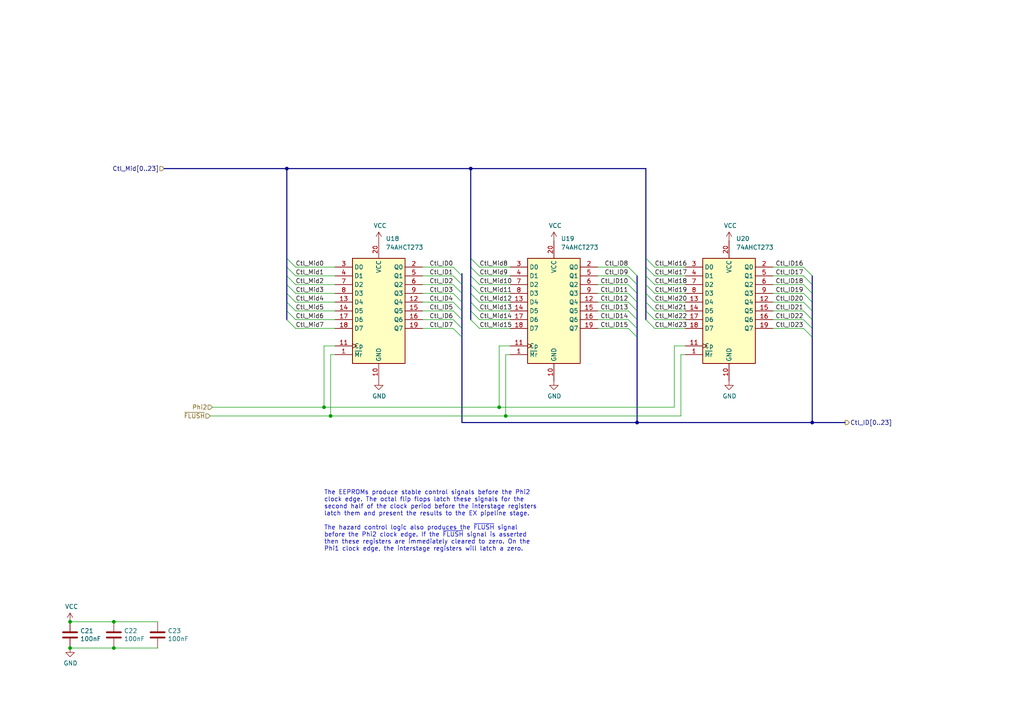
<source format=kicad_sch>
(kicad_sch (version 20230121) (generator eeschema)
  (paper "A4")
  (title_block (date "2022-09-25") (rev "C"))
  (lib_symbols
    (symbol "74xx:74HC273"
      (property "Reference" "U" (at -7.62 16.51 0))
      (property "Value" "74HC273" (at -7.62 -16.51 0))
      (symbol "74HC273_1_0"
        (pin input line (at -12.7 -12.7 0) (length 5.08) (name "~{Mr}") (number "1"))
        (pin power_in line (at 0 -20.32 90) (length 5.08) (name "GND") (number "10"))
        (pin input clock (at -12.7 -10.16 0) (length 5.08) (name "Cp") (number "11"))
        (pin output line (at 12.7 2.54 180) (length 5.08) (name "Q4") (number "12"))
        (pin input line (at -12.7 2.54 0) (length 5.08) (name "D4") (number "13"))
        (pin input line (at -12.7 0 0) (length 5.08) (name "D5") (number "14"))
        (pin output line (at 12.7 0 180) (length 5.08) (name "Q5") (number "15"))
        (pin output line (at 12.7 -2.54 180) (length 5.08) (name "Q6") (number "16"))
        (pin input line (at -12.7 -2.54 0) (length 5.08) (name "D6") (number "17"))
        (pin input line (at -12.7 -5.08 0) (length 5.08) (name "D7") (number "18"))
        (pin output line (at 12.7 -5.08 180) (length 5.08) (name "Q7") (number "19"))
        (pin output line (at 12.7 12.7 180) (length 5.08) (name "Q0") (number "2"))
        (pin power_in line (at 0 20.32 270) (length 5.08) (name "VCC") (number "20"))
        (pin input line (at -12.7 12.7 0) (length 5.08) (name "D0") (number "3"))
        (pin input line (at -12.7 10.16 0) (length 5.08) (name "D1") (number "4"))
        (pin output line (at 12.7 10.16 180) (length 5.08) (name "Q1") (number "5"))
        (pin output line (at 12.7 7.62 180) (length 5.08) (name "Q2") (number "6"))
        (pin input line (at -12.7 7.62 0) (length 5.08) (name "D2") (number "7"))
        (pin input line (at -12.7 5.08 0) (length 5.08) (name "D3") (number "8"))
        (pin output line (at 12.7 5.08 180) (length 5.08) (name "Q3") (number "9"))
      )
      (symbol "74HC273_1_1"
        (rectangle (start -7.62 15.24) (end 7.62 -15.24) (stroke (width 0.254)) (fill (type background)))
      )
    )
    (symbol "Device:C" (pin_numbers hide) (pin_names (offset 0.254))
      (property "Reference" "C" (at 0.635 2.54 0))
      (property "Value" "C" (at 0.635 -2.54 0))
      (symbol "C_0_1"
        (polyline (pts (xy -2.032 -0.762) (xy 2.032 -0.762)) (stroke (width 0.508)))
        (polyline (pts (xy -2.032 0.762) (xy 2.032 0.762)) (stroke (width 0.508)))
      )
      (symbol "C_1_1"
        (pin passive line (at 0 3.81 270) (length 2.794) (name "~") (number "1"))
        (pin passive line (at 0 -3.81 90) (length 2.794) (name "~") (number "2"))
      )
    )
    (symbol "power:GND" (power) (pin_names (offset 0))
      (property "Value" "GND" (at 0 -3.81 0))
      (symbol "GND_0_1"
        (polyline (pts (xy 0 0) (xy 0 -1.27) (xy 1.27 -1.27) (xy 0 -2.54) (xy -1.27 -1.27) (xy 0 -1.27)))
      )
      (symbol "GND_1_1"
        (pin power_in line (at 0 0 270) (length 0) hide (name "GND") (number "1"))
      )
    )
    (symbol "power:VCC" (power) (pin_names (offset 0))
      (property "Value" "VCC" (at 0 3.81 0))
      (symbol "VCC_0_1"
        (polyline (pts (xy -0.762 1.27) (xy 0 2.54)))
        (polyline (pts (xy 0 0) (xy 0 2.54)))
        (polyline (pts (xy 0 2.54) (xy 0.762 1.27)))
      )
      (symbol "VCC_1_1"
        (pin power_in line (at 0 0 90) (length 0) hide (name "VCC") (number "1"))
      )
    )
  )
  (junction (at 144.78 118.11))
  (junction (at 20.32 187.96))
  (junction (at 184.785 122.555))
  (junction (at 146.685 120.65))
  (junction (at 33.02 187.96))
  (junction (at 95.885 120.65))
  (junction (at 83.185 48.895))
  (junction (at 235.585 122.555))
  (junction (at 136.525 48.895))
  (junction (at 93.98 118.11))
  (junction (at 33.02 180.34))
  (junction (at 20.32 180.34))
  (bus_entry (at 184.785 90.17) (size -2.54 -2.54))
  (bus_entry (at 235.585 95.25) (size -2.54 -2.54))
  (bus_entry (at 139.065 77.47) (size -2.54 -2.54))
  (bus_entry (at 235.585 92.71) (size -2.54 -2.54))
  (bus_entry (at 139.065 87.63) (size -2.54 -2.54))
  (bus_entry (at 139.065 80.01) (size -2.54 -2.54))
  (bus_entry (at 184.785 87.63) (size -2.54 -2.54))
  (bus_entry (at 133.985 97.79) (size -2.54 -2.54))
  (bus_entry (at 133.985 82.55) (size -2.54 -2.54))
  (bus_entry (at 189.865 77.47) (size -2.54 -2.54))
  (bus_entry (at 85.725 92.71) (size -2.54 -2.54))
  (bus_entry (at 85.725 95.25) (size -2.54 -2.54))
  (bus_entry (at 235.585 80.01) (size -2.54 -2.54))
  (bus_entry (at 133.985 87.63) (size -2.54 -2.54))
  (bus_entry (at 139.065 85.09) (size -2.54 -2.54))
  (bus_entry (at 235.585 82.55) (size -2.54 -2.54))
  (bus_entry (at 189.865 92.71) (size -2.54 -2.54))
  (bus_entry (at 139.065 92.71) (size -2.54 -2.54))
  (bus_entry (at 139.065 82.55) (size -2.54 -2.54))
  (bus_entry (at 184.785 85.09) (size -2.54 -2.54))
  (bus_entry (at 85.725 87.63) (size -2.54 -2.54))
  (bus_entry (at 85.725 90.17) (size -2.54 -2.54))
  (bus_entry (at 85.725 77.47) (size -2.54 -2.54))
  (bus_entry (at 85.725 80.01) (size -2.54 -2.54))
  (bus_entry (at 85.725 82.55) (size -2.54 -2.54))
  (bus_entry (at 85.725 85.09) (size -2.54 -2.54))
  (bus_entry (at 235.585 85.09) (size -2.54 -2.54))
  (bus_entry (at 133.985 95.25) (size -2.54 -2.54))
  (bus_entry (at 133.985 92.71) (size -2.54 -2.54))
  (bus_entry (at 189.865 82.55) (size -2.54 -2.54))
  (bus_entry (at 235.585 97.79) (size -2.54 -2.54))
  (bus_entry (at 133.985 85.09) (size -2.54 -2.54))
  (bus_entry (at 189.865 95.25) (size -2.54 -2.54))
  (bus_entry (at 189.865 90.17) (size -2.54 -2.54))
  (bus_entry (at 133.985 80.01) (size -2.54 -2.54))
  (bus_entry (at 184.785 95.25) (size -2.54 -2.54))
  (bus_entry (at 184.785 92.71) (size -2.54 -2.54))
  (bus_entry (at 184.785 82.55) (size -2.54 -2.54))
  (bus_entry (at 189.865 85.09) (size -2.54 -2.54))
  (bus_entry (at 235.585 87.63) (size -2.54 -2.54))
  (bus_entry (at 139.065 95.25) (size -2.54 -2.54))
  (bus_entry (at 133.985 90.17) (size -2.54 -2.54))
  (bus_entry (at 189.865 87.63) (size -2.54 -2.54))
  (bus_entry (at 189.865 80.01) (size -2.54 -2.54))
  (bus_entry (at 235.585 90.17) (size -2.54 -2.54))
  (bus_entry (at 184.785 80.01) (size -2.54 -2.54))
  (bus_entry (at 139.065 90.17) (size -2.54 -2.54))
  (bus_entry (at 184.785 97.79) (size -2.54 -2.54))
  (wire (pts (xy 233.045 90.17) (xy 224.155 90.17)))
  (bus (pts (xy 83.185 87.63) (xy 83.185 90.17)))
  (bus (pts (xy 133.985 90.17) (xy 133.985 92.71)))
  (wire (pts (xy 85.725 77.47) (xy 97.155 77.47)))
  (wire (pts (xy 144.78 100.33) (xy 144.78 118.11)))
  (bus (pts (xy 136.525 80.01) (xy 136.525 82.55)))
  (wire (pts (xy 33.02 180.34) (xy 45.72 180.34)))
  (wire (pts (xy 85.725 95.25) (xy 97.155 95.25)))
  (wire (pts (xy 131.445 85.09) (xy 122.555 85.09)))
  (bus (pts (xy 83.185 90.17) (xy 83.185 92.71)))
  (wire (pts (xy 85.725 87.63) (xy 97.155 87.63)))
  (wire (pts (xy 93.98 100.33) (xy 93.98 118.11)))
  (bus (pts (xy 235.585 97.79) (xy 235.585 122.555)))
  (wire (pts (xy 189.865 95.25) (xy 198.755 95.25)))
  (wire (pts (xy 20.32 180.34) (xy 33.02 180.34)))
  (bus (pts (xy 187.325 80.01) (xy 187.325 82.55)))
  (bus (pts (xy 184.785 122.555) (xy 235.585 122.555)))
  (bus (pts (xy 136.525 77.47) (xy 136.525 80.01)))
  (bus (pts (xy 235.585 90.17) (xy 235.585 92.71)))
  (bus (pts (xy 136.525 85.09) (xy 136.525 87.63)))
  (wire (pts (xy 139.065 80.01) (xy 147.955 80.01)))
  (wire (pts (xy 131.445 77.47) (xy 122.555 77.47)))
  (bus (pts (xy 235.585 95.25) (xy 235.585 97.79)))
  (wire (pts (xy 195.58 100.33) (xy 195.58 118.11)))
  (wire (pts (xy 146.685 120.65) (xy 197.485 120.65)))
  (bus (pts (xy 235.585 87.63) (xy 235.585 90.17)))
  (bus (pts (xy 184.785 87.63) (xy 184.785 90.17)))
  (wire (pts (xy 189.865 85.09) (xy 198.755 85.09)))
  (wire (pts (xy 147.955 100.33) (xy 144.78 100.33)))
  (bus (pts (xy 83.185 48.895) (xy 83.185 74.93)))
  (wire (pts (xy 233.045 80.01) (xy 224.155 80.01)))
  (wire (pts (xy 131.445 82.55) (xy 122.555 82.55)))
  (wire (pts (xy 189.865 87.63) (xy 198.755 87.63)))
  (wire (pts (xy 139.065 90.17) (xy 147.955 90.17)))
  (wire (pts (xy 139.065 77.47) (xy 147.955 77.47)))
  (wire (pts (xy 144.78 118.11) (xy 195.58 118.11)))
  (wire (pts (xy 85.725 92.71) (xy 97.155 92.71)))
  (wire (pts (xy 85.725 85.09) (xy 97.155 85.09)))
  (bus (pts (xy 184.785 97.79) (xy 184.785 122.555)))
  (wire (pts (xy 182.245 80.01) (xy 173.355 80.01)))
  (bus (pts (xy 133.985 92.71) (xy 133.985 95.25)))
  (bus (pts (xy 83.185 82.55) (xy 83.185 85.09)))
  (wire (pts (xy 233.045 82.55) (xy 224.155 82.55)))
  (bus (pts (xy 136.525 48.895) (xy 187.325 48.895)))
  (bus (pts (xy 83.185 74.93) (xy 83.185 77.47)))
  (bus (pts (xy 187.325 74.93) (xy 187.325 77.47)))
  (wire (pts (xy 182.245 77.47) (xy 173.355 77.47)))
  (bus (pts (xy 184.785 92.71) (xy 184.785 95.25)))
  (wire (pts (xy 182.245 90.17) (xy 173.355 90.17)))
  (wire (pts (xy 198.755 102.87) (xy 197.485 102.87)))
  (wire (pts (xy 131.445 95.25) (xy 122.555 95.25)))
  (bus (pts (xy 83.185 80.01) (xy 83.185 82.55)))
  (bus (pts (xy 133.985 87.63) (xy 133.985 90.17)))
  (wire (pts (xy 97.155 100.33) (xy 93.98 100.33)))
  (bus (pts (xy 83.185 77.47) (xy 83.185 80.01)))
  (wire (pts (xy 131.445 80.01) (xy 122.555 80.01)))
  (bus (pts (xy 47.625 48.895) (xy 83.185 48.895)))
  (wire (pts (xy 139.065 82.55) (xy 147.955 82.55)))
  (wire (pts (xy 131.445 92.71) (xy 122.555 92.71)))
  (wire (pts (xy 95.885 102.87) (xy 95.885 120.65)))
  (wire (pts (xy 97.155 102.87) (xy 95.885 102.87)))
  (bus (pts (xy 136.525 74.93) (xy 136.525 77.47)))
  (wire (pts (xy 198.755 100.33) (xy 195.58 100.33)))
  (wire (pts (xy 233.045 95.25) (xy 224.155 95.25)))
  (wire (pts (xy 85.725 80.01) (xy 97.155 80.01)))
  (bus (pts (xy 187.325 77.47) (xy 187.325 80.01)))
  (bus (pts (xy 133.985 80.01) (xy 133.985 82.55)))
  (wire (pts (xy 93.98 118.11) (xy 61.595 118.11)))
  (wire (pts (xy 139.065 92.71) (xy 147.955 92.71)))
  (bus (pts (xy 187.325 48.895) (xy 187.325 74.93)))
  (wire (pts (xy 131.445 87.63) (xy 122.555 87.63)))
  (bus (pts (xy 133.985 95.25) (xy 133.985 97.79)))
  (wire (pts (xy 189.865 90.17) (xy 198.755 90.17)))
  (wire (pts (xy 33.02 187.96) (xy 20.32 187.96)))
  (wire (pts (xy 139.065 95.25) (xy 147.955 95.25)))
  (wire (pts (xy 189.865 92.71) (xy 198.755 92.71)))
  (bus (pts (xy 136.525 90.17) (xy 136.525 92.71)))
  (bus (pts (xy 136.525 48.895) (xy 136.525 74.93)))
  (bus (pts (xy 133.985 97.79) (xy 133.985 122.555)))
  (wire (pts (xy 139.065 85.09) (xy 147.955 85.09)))
  (wire (pts (xy 233.045 77.47) (xy 224.155 77.47)))
  (bus (pts (xy 187.325 82.55) (xy 187.325 85.09)))
  (wire (pts (xy 189.865 82.55) (xy 198.755 82.55)))
  (wire (pts (xy 131.445 90.17) (xy 122.555 90.17)))
  (bus (pts (xy 184.785 85.09) (xy 184.785 87.63)))
  (wire (pts (xy 233.045 87.63) (xy 224.155 87.63)))
  (bus (pts (xy 83.185 85.09) (xy 83.185 87.63)))
  (bus (pts (xy 235.585 92.71) (xy 235.585 95.25)))
  (wire (pts (xy 95.885 120.65) (xy 60.96 120.65)))
  (bus (pts (xy 235.585 85.09) (xy 235.585 87.63)))
  (wire (pts (xy 233.045 92.71) (xy 224.155 92.71)))
  (wire (pts (xy 182.245 87.63) (xy 173.355 87.63)))
  (bus (pts (xy 133.985 82.55) (xy 133.985 85.09)))
  (bus (pts (xy 184.785 122.555) (xy 133.985 122.555)))
  (bus (pts (xy 83.185 48.895) (xy 136.525 48.895)))
  (wire (pts (xy 146.685 102.87) (xy 146.685 120.65)))
  (wire (pts (xy 233.045 85.09) (xy 224.155 85.09)))
  (bus (pts (xy 235.585 80.01) (xy 235.585 82.55)))
  (wire (pts (xy 182.245 92.71) (xy 173.355 92.71)))
  (bus (pts (xy 184.785 80.01) (xy 184.785 82.55)))
  (wire (pts (xy 189.865 80.01) (xy 198.755 80.01)))
  (bus (pts (xy 133.985 79.375) (xy 133.985 80.01)))
  (bus (pts (xy 184.785 95.25) (xy 184.785 97.79)))
  (bus (pts (xy 136.525 82.55) (xy 136.525 85.09)))
  (bus (pts (xy 245.11 122.555) (xy 235.585 122.555)))
  (wire (pts (xy 85.725 82.55) (xy 97.155 82.55)))
  (bus (pts (xy 136.525 87.63) (xy 136.525 90.17)))
  (wire (pts (xy 147.955 102.87) (xy 146.685 102.87)))
  (bus (pts (xy 187.325 90.17) (xy 187.325 92.71)))
  (wire (pts (xy 197.485 102.87) (xy 197.485 120.65)))
  (wire (pts (xy 45.72 187.96) (xy 33.02 187.96)))
  (wire (pts (xy 139.065 87.63) (xy 147.955 87.63)))
  (wire (pts (xy 93.98 118.11) (xy 144.78 118.11)))
  (bus (pts (xy 184.785 90.17) (xy 184.785 92.71)))
  (wire (pts (xy 182.245 95.25) (xy 173.355 95.25)))
  (wire (pts (xy 182.245 82.55) (xy 173.355 82.55)))
  (wire (pts (xy 95.885 120.65) (xy 146.685 120.65)))
  (bus (pts (xy 187.325 85.09) (xy 187.325 87.63)))
  (wire (pts (xy 182.245 85.09) (xy 173.355 85.09)))
  (bus (pts (xy 235.585 82.55) (xy 235.585 85.09)))
  (bus (pts (xy 187.325 87.63) (xy 187.325 90.17)))
  (bus (pts (xy 184.785 82.55) (xy 184.785 85.09)))
  (bus (pts (xy 133.985 85.09) (xy 133.985 87.63)))
  (wire (pts (xy 85.725 90.17) (xy 97.155 90.17)))
  (wire (pts (xy 189.865 77.47) (xy 198.755 77.47)))
  (text "The EEPROMs produce stable control signals before the Phi2\nclock edge. The octal flip flops latch these signals for the \nsecond half of the clock period before the interstage registers\nlatch them and present the results to the EX pipeline stage.\n\nThe hazard control logic also produces the ~{FLUSH} signal\nbefore the Phi2 clock edge. If the ~{FLUSH} signal is asserted\nthen these registers are immediately cleared to zero. On the\nPhi1 clock edge, the interstage registers will latch a zero." (at 93.98 160.02 0) (effects (font (size 1.27 1.27)) (justify left bottom)))
  (label "Ctl_Mid23" (at 189.865 95.25 0))
  (label "Ctl_Mid0" (at 85.725 77.47 0))
  (label "Ctl_Mid20" (at 189.865 87.63 0))
  (label "Ctl_ID0" (at 131.445 77.47 180))
  (label "Ctl_ID11" (at 182.245 85.09 180))
  (label "Ctl_Mid17" (at 189.865 80.01 0))
  (label "Ctl_Mid6" (at 85.725 92.71 0))
  (label "Ctl_ID7" (at 131.445 95.25 180))
  (label "Ctl_Mid19" (at 189.865 85.09 0))
  (label "Ctl_Mid9" (at 139.065 80.01 0))
  (label "Ctl_Mid3" (at 85.725 85.09 0))
  (label "Ctl_Mid7" (at 85.725 95.25 0))
  (label "Ctl_ID12" (at 182.245 87.63 180))
  (label "Ctl_Mid11" (at 139.065 85.09 0))
  (label "Ctl_ID19" (at 233.045 85.09 180))
  (label "Ctl_Mid8" (at 139.065 77.47 0))
  (label "Ctl_Mid1" (at 85.725 80.01 0))
  (label "Ctl_ID1" (at 131.445 80.01 180))
  (label "Ctl_ID8" (at 182.245 77.47 180))
  (label "Ctl_Mid2" (at 85.725 82.55 0))
  (label "Ctl_Mid10" (at 139.065 82.55 0))
  (label "Ctl_Mid22" (at 189.865 92.71 0))
  (label "Ctl_Mid16" (at 189.865 77.47 0))
  (label "Ctl_ID14" (at 182.245 92.71 180))
  (label "Ctl_ID20" (at 233.045 87.63 180))
  (label "Ctl_Mid5" (at 85.725 90.17 0))
  (label "Ctl_Mid15" (at 139.065 95.25 0))
  (label "Ctl_ID13" (at 182.245 90.17 180))
  (label "Ctl_ID2" (at 131.445 82.55 180))
  (label "Ctl_ID6" (at 131.445 92.71 180))
  (label "Ctl_Mid13" (at 139.065 90.17 0))
  (label "Ctl_Mid4" (at 85.725 87.63 0))
  (label "Ctl_Mid12" (at 139.065 87.63 0))
  (label "Ctl_ID10" (at 182.245 82.55 180))
  (label "Ctl_Mid14" (at 139.065 92.71 0))
  (label "Ctl_ID22" (at 233.045 92.71 180))
  (label "Ctl_ID4" (at 131.445 87.63 180))
  (label "Ctl_Mid21" (at 189.865 90.17 0))
  (label "Ctl_ID5" (at 131.445 90.17 180))
  (label "Ctl_ID16" (at 233.045 77.47 180))
  (label "Ctl_ID21" (at 233.045 90.17 180))
  (label "Ctl_ID3" (at 131.445 85.09 180))
  (label "Ctl_ID18" (at 233.045 82.55 180))
  (label "Ctl_ID17" (at 233.045 80.01 180))
  (label "Ctl_Mid18" (at 189.865 82.55 0))
  (label "Ctl_ID23" (at 233.045 95.25 180))
  (label "Ctl_ID9" (at 182.245 80.01 180))
  (label "Ctl_ID15" (at 182.245 95.25 180))
  (hierarchical_label "Phi2" (shape input) (at 61.595 118.11 180))
  (hierarchical_label "~{FLUSH}" (shape input) (at 60.96 120.65 180))
  (hierarchical_label "Ctl_Mid[0..23]" (shape input) (at 47.625 48.895 180))
  (hierarchical_label "Ctl_ID[0..23]" (shape output) (at 245.11 122.555 0))
  (symbol (lib_id "power:VCC") (at 109.855 69.85 0) (unit 1)
    (property "Reference" "#PWR086" (effects hide))
    (property "Value" "VCC" (at 110.236 65.4558 0))
  )
  (symbol (lib_id "74xx:74HC273") (at 211.455 90.17 0) (unit 1)
    (property "Reference" "U20" (at 213.4744 69.215 0) (effects (justify left)))
    (property "Value" "74AHCT273" (at 213.4744 71.755 0) (effects (justify left)))
    (property "Footprint" "Package_SO:TSSOP-20_4.4x6.5mm_P0.65mm" (effects hide))
    (property "Datasheet" "https://www.mouser.com/datasheet/2/916/74AHC_AHCT273-1597419.pdf" (effects hide))
    (property "Mouser" "https://www.mouser.com/ProductDetail/Nexperia/74AHCT273PW118?qs=P62ublwmbi8gP6vEF3PWfA%3D%3D" (effects hide))
  )
  (symbol (lib_id "power:VCC") (at 20.32 180.34 0) (unit 1)
    (property "Reference" "#PWR084" (effects hide))
    (property "Value" "VCC" (at 20.7518 175.9458 0))
  )
  (symbol (lib_id "Device:C") (at 45.72 184.15 0) (unit 1)
    (property "Reference" "C23" (at 48.641 182.9816 0) (effects (justify left)))
    (property "Value" "100nF" (at 48.641 185.293 0) (effects (justify left)))
    (property "Footprint" "Capacitor_SMD:C_0603_1608Metric_Pad1.08x0.95mm_HandSolder" (effects hide))
    (property "Mouser" "https://www.mouser.com/ProductDetail/963-EMK107B7104KAHT" (effects hide))
  )
  (symbol (lib_id "Device:C") (at 33.02 184.15 0) (unit 1)
    (property "Reference" "C22" (at 35.941 182.9816 0) (effects (justify left)))
    (property "Value" "100nF" (at 35.941 185.293 0) (effects (justify left)))
    (property "Footprint" "Capacitor_SMD:C_0603_1608Metric_Pad1.08x0.95mm_HandSolder" (effects hide))
    (property "Mouser" "https://www.mouser.com/ProductDetail/963-EMK107B7104KAHT" (effects hide))
  )
  (symbol (lib_id "power:GND") (at 109.855 110.49 0) (unit 1)
    (property "Reference" "#PWR087" (effects hide))
    (property "Value" "GND" (at 109.982 114.8842 0))
  )
  (symbol (lib_id "power:GND") (at 160.655 110.49 0) (unit 1)
    (property "Reference" "#PWR089" (effects hide))
    (property "Value" "GND" (at 160.782 114.8842 0))
  )
  (symbol (lib_id "power:VCC") (at 211.455 69.85 0) (unit 1)
    (property "Reference" "#PWR090" (effects hide))
    (property "Value" "VCC" (at 211.836 65.4558 0))
  )
  (symbol (lib_id "power:GND") (at 20.32 187.96 0) (unit 1)
    (property "Reference" "#PWR085" (effects hide))
    (property "Value" "GND" (at 20.447 192.3542 0))
  )
  (symbol (lib_id "74xx:74HC273") (at 109.855 90.17 0) (unit 1)
    (property "Reference" "U18" (at 111.8744 69.215 0) (effects (justify left)))
    (property "Value" "74AHCT273" (at 111.8744 71.755 0) (effects (justify left)))
    (property "Footprint" "Package_SO:TSSOP-20_4.4x6.5mm_P0.65mm" (effects hide))
    (property "Datasheet" "https://www.mouser.com/datasheet/2/916/74AHC_AHCT273-1597419.pdf" (effects hide))
    (property "Mouser" "https://www.mouser.com/ProductDetail/Nexperia/74AHCT273PW118?qs=P62ublwmbi8gP6vEF3PWfA%3D%3D" (effects hide))
  )
  (symbol (lib_id "power:GND") (at 211.455 110.49 0) (unit 1)
    (property "Reference" "#PWR091" (effects hide))
    (property "Value" "GND" (at 211.582 114.8842 0))
  )
  (symbol (lib_id "Device:C") (at 20.32 184.15 0) (unit 1)
    (property "Reference" "C21" (at 23.241 182.9816 0) (effects (justify left)))
    (property "Value" "100nF" (at 23.241 185.293 0) (effects (justify left)))
    (property "Footprint" "Capacitor_SMD:C_0603_1608Metric_Pad1.08x0.95mm_HandSolder" (effects hide))
    (property "Mouser" "https://www.mouser.com/ProductDetail/963-EMK107B7104KAHT" (effects hide))
  )
  (symbol (lib_id "power:VCC") (at 160.655 69.85 0) (unit 1)
    (property "Reference" "#PWR088" (effects hide))
    (property "Value" "VCC" (at 161.036 65.4558 0))
  )
  (symbol (lib_id "74xx:74HC273") (at 160.655 90.17 0) (unit 1)
    (property "Reference" "U19" (at 162.6744 69.215 0) (effects (justify left)))
    (property "Value" "74AHCT273" (at 162.6744 71.755 0) (effects (justify left)))
    (property "Footprint" "Package_SO:TSSOP-20_4.4x6.5mm_P0.65mm" (effects hide))
    (property "Datasheet" "https://www.mouser.com/datasheet/2/916/74AHC_AHCT273-1597419.pdf" (effects hide))
    (property "Mouser" "https://www.mouser.com/ProductDetail/Nexperia/74AHCT273PW118?qs=P62ublwmbi8gP6vEF3PWfA%3D%3D" (effects hide))
  )
)
</source>
